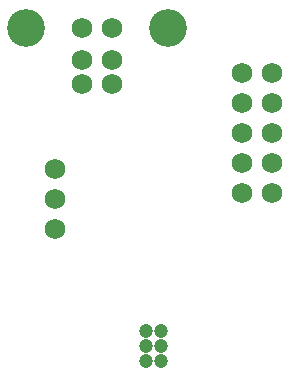
<source format=gbs>
%TF.GenerationSoftware,KiCad,Pcbnew,7.0.8*%
%TF.CreationDate,2023-12-28T22:14:51-05:00*%
%TF.ProjectId,petit-jtag,70657469-742d-46a7-9461-672e6b696361,1.0*%
%TF.SameCoordinates,PX8aadb58PY71d9820*%
%TF.FileFunction,Soldermask,Bot*%
%TF.FilePolarity,Negative*%
%FSLAX46Y46*%
G04 Gerber Fmt 4.6, Leading zero omitted, Abs format (unit mm)*
G04 Created by KiCad (PCBNEW 7.0.8) date 2023-12-28 22:14:51*
%MOMM*%
%LPD*%
G01*
G04 APERTURE LIST*
%ADD10C,1.203200*%
%ADD11C,1.727200*%
%ADD12C,3.203200*%
G04 APERTURE END LIST*
D10*
%TO.C,CON101*%
X13462000Y5334000D03*
X14732000Y5334000D03*
X13462000Y4064000D03*
X14732000Y4064000D03*
X13462000Y2794000D03*
X14732000Y2794000D03*
%TD*%
D11*
%TO.C,CON102*%
X8021000Y26270000D03*
X10521000Y26270000D03*
X10521000Y28270000D03*
X8021000Y28270000D03*
D12*
X3251000Y30980000D03*
X15291000Y30980000D03*
%TD*%
D11*
%TO.C,CON104*%
X5715000Y13970000D03*
X5715000Y16510000D03*
X5715000Y19050000D03*
%TD*%
%TO.C,CON103*%
X21590000Y27178000D03*
X24130000Y27178000D03*
X21590000Y24638000D03*
X24130000Y24638000D03*
X21590000Y22098000D03*
X24130000Y22098000D03*
X21590000Y19558000D03*
X24130000Y19558000D03*
X21590000Y17018000D03*
X24130000Y17018000D03*
%TD*%
%TO.C,CON105*%
X8001000Y30988000D03*
X10541000Y30988000D03*
%TD*%
M02*

</source>
